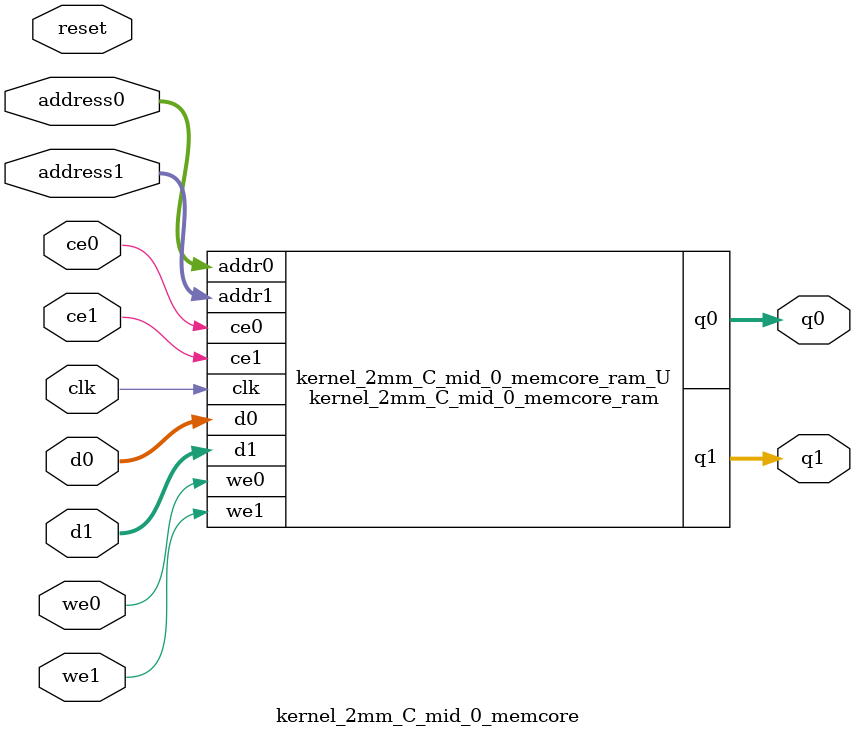
<source format=v>

`timescale 1 ns / 1 ps
module kernel_2mm_C_mid_0_memcore_ram (addr0, ce0, d0, we0, q0, addr1, ce1, d1, we1, q1,  clk);

parameter DWIDTH = 32;
parameter AWIDTH = 8;
parameter MEM_SIZE = 144;

input[AWIDTH-1:0] addr0;
input ce0;
input[DWIDTH-1:0] d0;
input we0;
output reg[DWIDTH-1:0] q0;
input[AWIDTH-1:0] addr1;
input ce1;
input[DWIDTH-1:0] d1;
input we1;
output reg[DWIDTH-1:0] q1;
input clk;

(* ram_style = "block" *)reg [DWIDTH-1:0] ram[0:MEM_SIZE-1];




always @(posedge clk)  
begin 
    if (ce0) 
    begin
        if (we0) 
        begin 
            ram[addr0] <= d0; 
            q0 <= d0;
        end 
        else 
            q0 <= ram[addr0];
    end
end


always @(posedge clk)  
begin 
    if (ce1) 
    begin
        if (we1) 
        begin 
            ram[addr1] <= d1; 
            q1 <= d1;
        end 
        else 
            q1 <= ram[addr1];
    end
end


endmodule


`timescale 1 ns / 1 ps
module kernel_2mm_C_mid_0_memcore(
    reset,
    clk,
    address0,
    ce0,
    we0,
    d0,
    q0,
    address1,
    ce1,
    we1,
    d1,
    q1);

parameter DataWidth = 32'd32;
parameter AddressRange = 32'd144;
parameter AddressWidth = 32'd8;
input reset;
input clk;
input[AddressWidth - 1:0] address0;
input ce0;
input we0;
input[DataWidth - 1:0] d0;
output[DataWidth - 1:0] q0;
input[AddressWidth - 1:0] address1;
input ce1;
input we1;
input[DataWidth - 1:0] d1;
output[DataWidth - 1:0] q1;



kernel_2mm_C_mid_0_memcore_ram kernel_2mm_C_mid_0_memcore_ram_U(
    .clk( clk ),
    .addr0( address0 ),
    .ce0( ce0 ),
    .we0( we0 ),
    .d0( d0 ),
    .q0( q0 ),
    .addr1( address1 ),
    .ce1( ce1 ),
    .we1( we1 ),
    .d1( d1 ),
    .q1( q1 ));

endmodule


</source>
